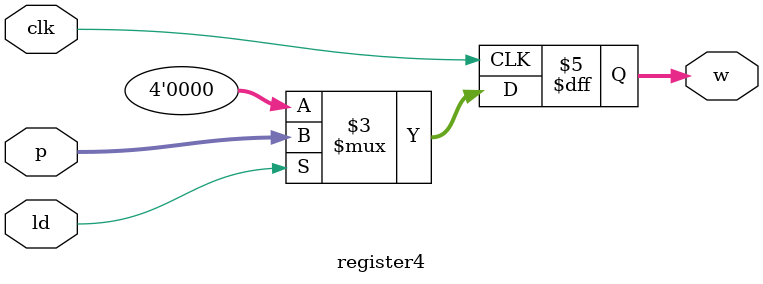
<source format=v>
module register4 (input [3:0]p,input clk,ld,output reg [3:0]w);
  always @(posedge clk)
  begin:my_loop
    if (ld)w<=p;
	 else w<=4'b0000;
	
  end
endmodule

</source>
